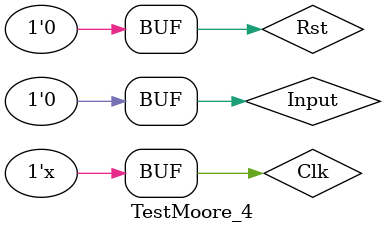
<source format=v>
`timescale 1ns / 1ps


module TestMoore_4;

	// Inputs
	reg Clk;
	reg Rst;
	reg Input;

	// Outputs
	wire Output;

	// Instantiate the Unit Under Test (UUT)
	Moore_4 uut (
		.Clk(Clk), 
		.Rst(Rst), 
		.Input(Input), 
		.Output(Output)
	);
	
	always #30 Clk=~Clk;

	initial begin
		// Initialize Inputs
		Clk = 0;
		Rst = 0;
		Input = 0;
		#30;
		Rst=1;
		#30;
		Rst=0;
		Input=0;
		#30;
		Input=0;
		#30;
		Input=1;
		#30;
		Input=0;
		#30;
		Input=1;
		#30;
		Input=1;
		#30;
		Input=0;
		#30;
		Input=0;
		#30;
		Input=1;
		#30;
		Input=0;
		#30;
		Input=1;
		#30;
		Input=1;
		#30;
		Input=0;
		#30;
		Input=0;
		#30;
		Input=1;
		#30;
		Input=1;
		#30;
		Input=1;
		#30;
		Input=0;
		#30;
		Input=0;
		#30;
		Input=1;
		#30;
		Input=0;
		#30;
		Input=1;
		#30;
		Input=1;
		#30;
		Input=0;
		
        
		// Add stimulus here

	end
endmodule


</source>
